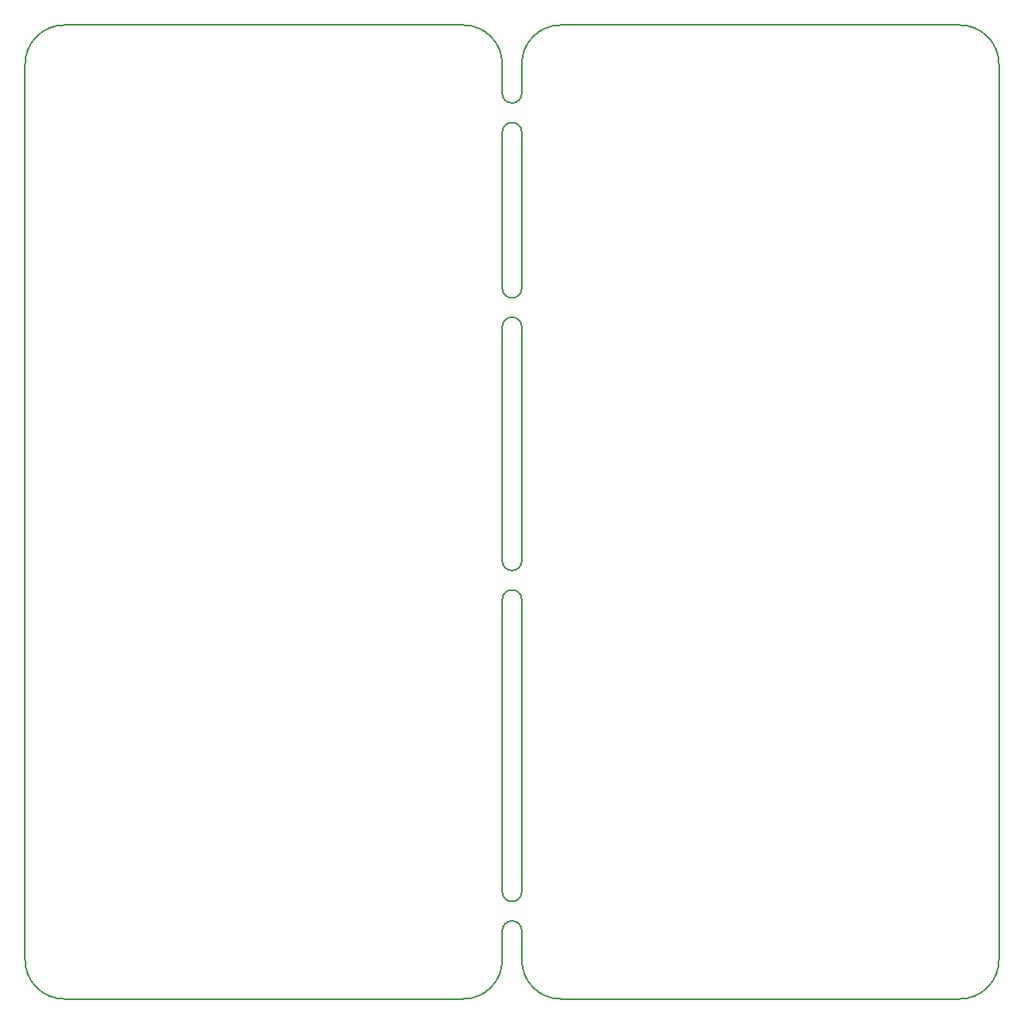
<source format=gm1>
G04 #@! TF.FileFunction,Profile,NP*
%FSLAX46Y46*%
G04 Gerber Fmt 4.6, Leading zero omitted, Abs format (unit mm)*
G04 Created by KiCad (PCBNEW 4.0.0-rc1-stable) date 9/27/2016 10:31:33 AM*
%MOMM*%
G01*
G04 APERTURE LIST*
%ADD10C,0.100000*%
%ADD11C,0.150000*%
G04 APERTURE END LIST*
D10*
D11*
X105000000Y-67000000D02*
G75*
G03X103000000Y-67000000I-1000000J0D01*
G01*
X105000000Y-87000000D02*
G75*
G03X103000000Y-87000000I-1000000J0D01*
G01*
X105000000Y-115000000D02*
G75*
G03X103000000Y-115000000I-1000000J0D01*
G01*
X105000000Y-149000000D02*
G75*
G03X103000000Y-149000000I-1000000J0D01*
G01*
X103000000Y-145000000D02*
G75*
G03X105000000Y-145000000I1000000J0D01*
G01*
X103000000Y-111000000D02*
G75*
G03X105000000Y-111000000I1000000J0D01*
G01*
X103000000Y-83000000D02*
G75*
G03X105000000Y-83000000I1000000J0D01*
G01*
X103000000Y-63000000D02*
G75*
G03X105000000Y-63000000I1000000J0D01*
G01*
X105000000Y-152000000D02*
X105000000Y-149000000D01*
X103000000Y-149000000D02*
X103000000Y-152000000D01*
X103000000Y-115000000D02*
X103000000Y-145000000D01*
X105000000Y-145000000D02*
X105000000Y-115000000D01*
X105000000Y-111000000D02*
X105000000Y-87000000D01*
X103000000Y-87000000D02*
X103000000Y-111000000D01*
X103000000Y-63000000D02*
X103000000Y-60000000D01*
X105000000Y-63000000D02*
X105000000Y-60000000D01*
X105000000Y-83000000D02*
X105000000Y-67000000D01*
X103000000Y-67000000D02*
X103000000Y-83000000D01*
X154000000Y-60000000D02*
X154000000Y-152000000D01*
X150000000Y-156000000D02*
X109000000Y-156000000D01*
X109000000Y-56000000D02*
X150000000Y-56000000D01*
X154000000Y-152000000D02*
G75*
G02X150000000Y-156000000I-4000000J0D01*
G01*
X109000000Y-156000000D02*
G75*
G02X105000000Y-152000000I0J4000000D01*
G01*
X150000000Y-56000000D02*
G75*
G02X154000000Y-60000000I0J-4000000D01*
G01*
X105000000Y-60000000D02*
G75*
G02X109000000Y-56000000I4000000J0D01*
G01*
X54000000Y-60000000D02*
G75*
G02X58000000Y-56000000I4000000J0D01*
G01*
X99000000Y-56000000D02*
G75*
G02X103000000Y-60000000I0J-4000000D01*
G01*
X58000000Y-156000000D02*
G75*
G02X54000000Y-152000000I0J4000000D01*
G01*
X103000000Y-152000000D02*
G75*
G02X99000000Y-156000000I-4000000J0D01*
G01*
X58000000Y-56000000D02*
X99000000Y-56000000D01*
X54000000Y-152000000D02*
X54000000Y-60000000D01*
X99000000Y-156000000D02*
X58000000Y-156000000D01*
M02*

</source>
